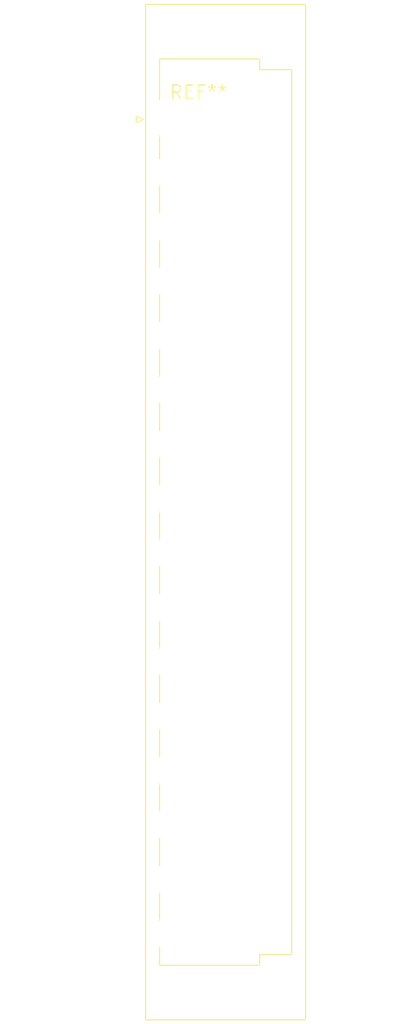
<source format=kicad_pcb>
(kicad_pcb (version 20240108) (generator pcbnew)
  (layers (0 "F.Cu" signal) (31 "B.Cu" signal) (34 "B.Paste" user) (35 "F.Paste" user) (36 "B.SilkS" user "B.Silkscreen") (37 "F.SilkS" user "F.Silkscreen") (38 "B.Mask" user) (39 "F.Mask" user) (44 "Edge.Cuts" user))
  (net 0 "")
  (footprint "DIN41612_F_2x16_Female_Vertical_THT" (layer "F.Cu") (at 0 0)
    (property "Reference" "REF**")
    (property "Value" "DIN41612_F_2x16_Female_Vertical_THT")
    (fp_line (start -5.84 2.24) (end -5.84 2.84) (layer "F.SilkS") (stroke (width 0.12)))
    (fp_line (start -5.84 2.84) (end -5.16 2.54) (layer "F.SilkS") (stroke (width 0.12)))
    (fp_line (start -5.16 2.54) (end -5.84 2.24) (layer "F.SilkS") (stroke (width 0.12)))
    (fp_line (start -4.97 -8.24) (end 10.05 -8.24) (layer "F.SilkS") (stroke (width 0.12)))
    (fp_line (start -4.97 86.98) (end -4.97 -8.24) (layer "F.SilkS") (stroke (width 0.12)))
    (fp_line (start -3.66 -3.131) (end 5.74 -3.131) (layer "F.SilkS") (stroke (width 0.12)))
    (fp_line (start -3.66 0.696) (end -3.66 -3.131) (layer "F.SilkS") (stroke (width 0.12)))
    (fp_line (start -3.66 6.221) (end -3.66 4.096) (layer "F.SilkS") (stroke (width 0.12)))
    (fp_line (start -3.66 11.321) (end -3.66 8.771) (layer "F.SilkS") (stroke (width 0.12)))
    (fp_line (start -3.66 16.421) (end -3.66 13.871) (layer "F.SilkS") (stroke (width 0.12)))
    (fp_line (start -3.66 21.521) (end -3.66 18.971) (layer "F.SilkS") (stroke (width 0.12)))
    (fp_line (start -3.66 26.621) (end -3.66 24.071) (layer "F.SilkS") (stroke (width 0.12)))
    (fp_line (start -3.66 31.721) (end -3.66 29.171) (layer "F.SilkS") (stroke (width 0.12)))
    (fp_line (start -3.66 36.821) (end -3.66 34.271) (layer "F.SilkS") (stroke (width 0.12)))
    (fp_line (start -3.66 41.921) (end -3.66 39.371) (layer "F.SilkS") (stroke (width 0.12)))
    (fp_line (start -3.66 47.021) (end -3.66 44.471) (layer "F.SilkS") (stroke (width 0.12)))
    (fp_line (start -3.66 52.121) (end -3.66 49.571) (layer "F.SilkS") (stroke (width 0.12)))
    (fp_line (start -3.66 57.221) (end -3.66 54.671) (layer "F.SilkS") (stroke (width 0.12)))
    (fp_line (start -3.66 62.321) (end -3.66 59.771) (layer "F.SilkS") (stroke (width 0.12)))
    (fp_line (start -3.66 67.421) (end -3.66 64.871) (layer "F.SilkS") (stroke (width 0.12)))
    (fp_line (start -3.66 72.521) (end -3.66 69.971) (layer "F.SilkS") (stroke (width 0.12)))
    (fp_line (start -3.66 77.621) (end -3.66 75.071) (layer "F.SilkS") (stroke (width 0.12)))
    (fp_line (start -3.66 81.87) (end -3.66 80.171) (layer "F.SilkS") (stroke (width 0.12)))
    (fp_line (start 5.74 -3.131) (end 5.74 -2.131) (layer "F.SilkS") (stroke (width 0.12)))
    (fp_line (start 5.74 -2.131) (end 8.74 -2.131) (layer "F.SilkS") (stroke (width 0.12)))
    (fp_line (start 5.74 80.87) (end 5.74 81.87) (layer "F.SilkS") (stroke (width 0.12)))
    (fp_line (start 5.74 81.87) (end -3.66 81.87) (layer "F.SilkS") (stroke (width 0.12)))
    (fp_line (start 8.74 -2.131) (end 8.74 80.87) (layer "F.SilkS") (stroke (width 0.12)))
    (fp_line (start 8.74 80.87) (end 5.74 80.87) (layer "F.SilkS") (stroke (width 0.12)))
    (fp_line (start 10.05 -8.24) (end 10.05 86.98) (layer "F.SilkS") (stroke (width 0.12)))
    (fp_line (start 10.05 86.98) (end -4.97 86.98) (layer "F.SilkS") (stroke (width 0.12)))
    (pad "" np_thru_hole circle (at 2.24 -5.63) (size 2.85 2.85) (drill 2.85) (layers *.Cu *.Mask))
    (pad "" np_thru_hole circle (at 2.24 84.37) (size 2.85 2.85) (drill 2.85) (layers *.Cu *.Mask))
    (pad "b2" thru_hole circle (at 2.54 2.54) (size 2.6 2.6) (drill 1.6) (layers *.Cu *.Mask) (remove_unused_layers))
    (pad "b4" thru_hole circle (at 2.54 7.62) (size 2.6 2.6) (drill 1.6) (layers *.Cu *.Mask) (remove_unused_layers))
    (pad "b6" thru_hole circle (at 2.54 12.7) (size 2.6 2.6) (drill 1.6) (layers *.Cu *.Mask) (remove_unused_layers))
    (pad "b8" thru_hole circle (at 2.54 17.78) (size 2.6 2.6) (drill 1.6) (layers *.Cu *.Mask) (remove_unused_layers))
    (pad "b10" thru_hole circle (at 2.54 22.86) (size 2.6 2.6) (drill 1.6) (layers *.Cu *.Mask) (remove_unused_layers))
    (pad "b12" thru_hole circle (at 2.54 27.94) (size 2.6 2.6) (drill 1.6) (layers *.Cu *.Mask) (remove_unused_layers))
    (pad "b14" thru_hole circle (at 2.54 33.02) (size 2.6 2.6) (drill 1.6) (layers *.Cu *.Mask) (remove_unused_layers))
    (pad "b16" thru_hole circle (at 2.54 38.1) (size 2.6 2.6) (drill 1.6) (layers *.Cu *.Mask) (remove_unused_layers))
    (pad "b18" thru_hole circle (at 2.54 43.18) (size 2.6 2.6) (drill 1.6) (layers *.Cu *.Mask) (remove_unused_layers))
    (pad "b20" thru_hole circle (at 2.54 48.26) (size 2.6 2.6) (drill 1.6) (layers *.Cu *.Mask) (remove_unused_layers))
    (pad "b22" thru_hole circle (at 2.54 53.34) (size 2.6 2.6) (drill 1.6) (layers *.Cu *.Mask) (remove_unused_layers))
    (pad "b24" thru_hole circle (at 2.54 58.42) (size 2.6 2.6) (drill 1.6) (layers *.Cu *.Mask) (remove_unused_layers))
    (pad "b26" thru_hole circle (at 2.54 63.5) (size 2.6 2.6) (drill 1.6) (layers *.Cu *.Mask) (remove_unused_layers))
    (pad "b28" thru_hole circle (at 2.54 68.58) (size 2.6 2.6) (drill 1.6) (layers *.Cu *.Mask) (remove_unused_layers))
    (pad "b30" thru_hole circle (at 2.54 73.66) (size 2.6 2.6) (drill 1.6) (layers *.Cu *.Mask) (remove_unused_layers))
    (pad "b32" thru_hole circle (at 2.54 78.74) (size 2.6 2.6) (drill 1.6) (layers *.Cu *.Mask) (remove_unused_layers))
    (pad "z2" thru_hole roundrect (at -2.54 2.54) (size 2.6 2.6) (drill 1.6) (layers *.Cu *.Mask) (remove_unused_layers) (roundrect_rratio 0.096154))
    (pad "z4" thru_hole circle (at -2.54 7.62) (size 2.6 2.6) (drill 1.6) (layers *.Cu *.Mask) (remove_unused_layers))
    (pad "z6" thru_hole circle (at -2.54 12.7) (size 2.6 2.6) (drill 1.6) (layers *.Cu *.Mask) (remove_unused_layers))
    (pad "z8" thru_hole circle (at -2.54 17.78) (size 2.6 2.6) (drill 1.6) (layers *.Cu *.Mask) (remove_unused_layers))
    (pad "z10" thru_hole circle (at -2.54 22.86) (size 2.6 2.6) (drill 1.6) (layers *.Cu *.Mask) (remove_unused_layers))
    (pad "z12" thru_hole circle (at -2.54 27.94) (size 2.6 2.6) (drill 1.6) (layers *.Cu *.Mask) (remove_unused_layers))
    (pad "z14" thru_hole circle (at -2.54 33.02) (size 2.6 2.6) (drill 1.6) (layers *.Cu *.Mask) (remove_unused_layers))
    (pad "z16" thru_hole circle (at -2.54 38.1) (size 2.6 2.6) (drill 1.6) (layers *.Cu *.Mask) (remove_unused_layers))
    (pad "z18" thru_hole circle (at -2.54 43.18) (size 2.6 2.6) (drill 1.6) (layers *.Cu *.Mask) (remove_unused_layers))
    (pad "z20" thru_hole circle (at -2.54 48.26) (size 2.6 2.6) (drill 1.6) (layers *.Cu *.Mask) (remove_unused_layers))
    (pad "z22" thru_hole circle (at -2.54 53.34) (size 2.6 2.6) (drill 1.6) (layers *.Cu *.Mask) (remove_unused_layers))
    (pad "z24" thru_hole circle (at -2.54 58.42) (size 2.6 2.6) (drill 1.6) (layers *.Cu *.Mask) (remove_unused_layers))
    (pad "z26" thru_hole circle (at -2.54 63.5) (size 2.6 2.6) (drill 1.6) (layers *.Cu *.Mask) (remove_unused_layers))
    (pad "z28" thru_hole circle (at -2.54 68.58) (size 2.6 2.6) (drill 1.6) (layers *.Cu *.Mask) (remove_unused_layers))
    (pad "z30" thru_hole circle (at -2.54 73.66) (size 2.6 2.6) (drill 1.6) (layers *.Cu *.Mask) (remove_unused_layers))
    (pad "z32" thru_hole circle (at -2.54 78.74) (size 2.6 2.6) (drill 1.6) (layers *.Cu *.Mask) (remove_unused_layers))
  )
)
</source>
